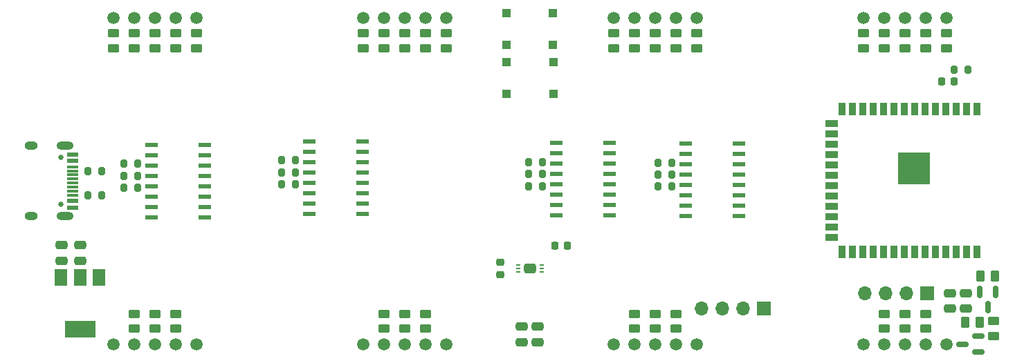
<source format=gbr>
%TF.GenerationSoftware,KiCad,Pcbnew,(6.0.9)*%
%TF.CreationDate,2022-12-22T16:46:14-05:00*%
%TF.ProjectId,Digital Clock PCB 2.0 Module Based,44696769-7461-46c2-9043-6c6f636b2050,rev?*%
%TF.SameCoordinates,Original*%
%TF.FileFunction,Soldermask,Top*%
%TF.FilePolarity,Negative*%
%FSLAX46Y46*%
G04 Gerber Fmt 4.6, Leading zero omitted, Abs format (unit mm)*
G04 Created by KiCad (PCBNEW (6.0.9)) date 2022-12-22 16:46:14*
%MOMM*%
%LPD*%
G01*
G04 APERTURE LIST*
G04 Aperture macros list*
%AMRoundRect*
0 Rectangle with rounded corners*
0 $1 Rounding radius*
0 $2 $3 $4 $5 $6 $7 $8 $9 X,Y pos of 4 corners*
0 Add a 4 corners polygon primitive as box body*
4,1,4,$2,$3,$4,$5,$6,$7,$8,$9,$2,$3,0*
0 Add four circle primitives for the rounded corners*
1,1,$1+$1,$2,$3*
1,1,$1+$1,$4,$5*
1,1,$1+$1,$6,$7*
1,1,$1+$1,$8,$9*
0 Add four rect primitives between the rounded corners*
20,1,$1+$1,$2,$3,$4,$5,0*
20,1,$1+$1,$4,$5,$6,$7,0*
20,1,$1+$1,$6,$7,$8,$9,0*
20,1,$1+$1,$8,$9,$2,$3,0*%
G04 Aperture macros list end*
%ADD10RoundRect,0.225000X0.225000X0.250000X-0.225000X0.250000X-0.225000X-0.250000X0.225000X-0.250000X0*%
%ADD11RoundRect,0.250000X0.450000X-0.262500X0.450000X0.262500X-0.450000X0.262500X-0.450000X-0.262500X0*%
%ADD12RoundRect,0.200000X-0.200000X-0.275000X0.200000X-0.275000X0.200000X0.275000X-0.200000X0.275000X0*%
%ADD13RoundRect,0.150000X0.587500X0.150000X-0.587500X0.150000X-0.587500X-0.150000X0.587500X-0.150000X0*%
%ADD14RoundRect,0.137500X-0.662500X-0.137500X0.662500X-0.137500X0.662500X0.137500X-0.662500X0.137500X0*%
%ADD15RoundRect,0.250000X-0.450000X0.262500X-0.450000X-0.262500X0.450000X-0.262500X0.450000X0.262500X0*%
%ADD16RoundRect,0.220000X-0.330000X-0.330000X0.330000X-0.330000X0.330000X0.330000X-0.330000X0.330000X0*%
%ADD17RoundRect,0.250000X0.475000X-0.250000X0.475000X0.250000X-0.475000X0.250000X-0.475000X-0.250000X0*%
%ADD18RoundRect,0.225000X-0.225000X-0.250000X0.225000X-0.250000X0.225000X0.250000X-0.225000X0.250000X0*%
%ADD19RoundRect,0.300000X-0.450000X0.300000X-0.450000X-0.300000X0.450000X-0.300000X0.450000X0.300000X0*%
%ADD20RoundRect,0.055000X-0.195000X0.055000X-0.195000X-0.055000X0.195000X-0.055000X0.195000X0.055000X0*%
%ADD21RoundRect,0.055000X0.195000X-0.055000X0.195000X0.055000X-0.195000X0.055000X-0.195000X-0.055000X0*%
%ADD22R,1.500000X2.000000*%
%ADD23R,3.800000X2.000000*%
%ADD24R,1.700000X1.700000*%
%ADD25O,1.700000X1.700000*%
%ADD26C,0.650000*%
%ADD27R,1.450000X0.600000*%
%ADD28R,1.450000X0.300000*%
%ADD29O,1.600000X1.000000*%
%ADD30O,2.100000X1.000000*%
%ADD31RoundRect,0.250000X0.262500X0.450000X-0.262500X0.450000X-0.262500X-0.450000X0.262500X-0.450000X0*%
%ADD32RoundRect,0.150000X-0.150000X0.587500X-0.150000X-0.587500X0.150000X-0.587500X0.150000X0.587500X0*%
%ADD33RoundRect,0.225000X-0.250000X0.225000X-0.250000X-0.225000X0.250000X-0.225000X0.250000X0.225000X0*%
%ADD34R,0.900000X1.500000*%
%ADD35R,1.500000X0.900000*%
%ADD36C,0.500000*%
%ADD37R,3.900000X3.900000*%
%ADD38C,1.500000*%
G04 APERTURE END LIST*
D10*
%TO.C,C3*%
X259956600Y-91109800D03*
X258406600Y-91109800D03*
%TD*%
D11*
%TO.C,R41*%
X228396800Y-87018500D03*
X228396800Y-85193500D03*
%TD*%
D12*
%TO.C,R3*%
X259956800Y-89636600D03*
X261606800Y-89636600D03*
%TD*%
D13*
%TO.C,Q1*%
X262858100Y-124292400D03*
X262858100Y-122392400D03*
X260983100Y-123342400D03*
%TD*%
D12*
%TO.C,R12*%
X158356800Y-104165400D03*
X160006800Y-104165400D03*
%TD*%
%TO.C,R33*%
X207886800Y-102489000D03*
X209536800Y-102489000D03*
%TD*%
D11*
%TO.C,R27*%
X167182800Y-87018500D03*
X167182800Y-85193500D03*
%TD*%
D14*
%TO.C,U3*%
X227077200Y-98729800D03*
X227077200Y-99999800D03*
X227077200Y-101269800D03*
X227077200Y-102539800D03*
X227077200Y-103809800D03*
X227077200Y-105079800D03*
X227077200Y-106349800D03*
X227077200Y-107619800D03*
X233577200Y-107619800D03*
X233577200Y-106349800D03*
X233577200Y-105079800D03*
X233577200Y-103809800D03*
X233577200Y-102539800D03*
X233577200Y-101269800D03*
X233577200Y-99999800D03*
X233577200Y-98729800D03*
%TD*%
D15*
%TO.C,R24*%
X162102800Y-119635900D03*
X162102800Y-121460900D03*
%TD*%
D12*
%TO.C,R2*%
X153937200Y-105079800D03*
X155587200Y-105079800D03*
%TD*%
%TO.C,R1*%
X153937200Y-102082600D03*
X155587200Y-102082600D03*
%TD*%
D11*
%TO.C,R49*%
X197789800Y-87018500D03*
X197789800Y-85193500D03*
%TD*%
D16*
%TO.C,SW2*%
X210850600Y-82708200D03*
X205150600Y-82708200D03*
X210850600Y-86608200D03*
X205150600Y-86608200D03*
%TD*%
D15*
%TO.C,R46*%
X192709800Y-119635900D03*
X192709800Y-121460900D03*
%TD*%
D11*
%TO.C,R20*%
X253923800Y-87018500D03*
X253923800Y-85193500D03*
%TD*%
%TO.C,R44*%
X187629800Y-87018500D03*
X187629800Y-85193500D03*
%TD*%
D15*
%TO.C,R15*%
X251383800Y-119635900D03*
X251383800Y-121460900D03*
%TD*%
D12*
%TO.C,R32*%
X207886800Y-101015800D03*
X209536800Y-101015800D03*
%TD*%
%TO.C,R29*%
X177660800Y-100787200D03*
X179310800Y-100787200D03*
%TD*%
D11*
%TO.C,R5*%
X264793100Y-122349900D03*
X264793100Y-120524900D03*
%TD*%
%TO.C,R21*%
X159562800Y-87018500D03*
X159562800Y-85193500D03*
%TD*%
%TO.C,R36*%
X218236800Y-87018500D03*
X218236800Y-85193500D03*
%TD*%
%TO.C,R50*%
X192709800Y-87018500D03*
X192709800Y-85193500D03*
%TD*%
D14*
%TO.C,U8*%
X181027000Y-98450400D03*
X181027000Y-99720400D03*
X181027000Y-100990400D03*
X181027000Y-102260400D03*
X181027000Y-103530400D03*
X181027000Y-104800400D03*
X181027000Y-106070400D03*
X181027000Y-107340400D03*
X187527000Y-107340400D03*
X187527000Y-106070400D03*
X187527000Y-104800400D03*
X187527000Y-103530400D03*
X187527000Y-102260400D03*
X187527000Y-100990400D03*
X187527000Y-99720400D03*
X187527000Y-98450400D03*
%TD*%
D17*
%TO.C,C9*%
X208991200Y-123073200D03*
X208991200Y-121173200D03*
%TD*%
D11*
%TO.C,R13*%
X251383800Y-87018500D03*
X251383800Y-85193500D03*
%TD*%
D17*
%TO.C,C8*%
X207035400Y-123073200D03*
X207035400Y-121173200D03*
%TD*%
D15*
%TO.C,R23*%
X159562800Y-119635900D03*
X159562800Y-121460900D03*
%TD*%
D12*
%TO.C,R8*%
X223711000Y-102539800D03*
X225361000Y-102539800D03*
%TD*%
D18*
%TO.C,C5*%
X211061000Y-111252000D03*
X212611000Y-111252000D03*
%TD*%
D19*
%TO.C,PD1*%
X208026000Y-114071400D03*
D20*
X206626000Y-113639600D03*
X206626000Y-114071400D03*
X206626000Y-114503200D03*
D21*
X209426000Y-114503200D03*
X209426000Y-114071400D03*
X209426000Y-113639600D03*
%TD*%
D22*
%TO.C,U2*%
X155258800Y-115188600D03*
D23*
X152958800Y-121488600D03*
D22*
X152958800Y-115188600D03*
X150658800Y-115188600D03*
%TD*%
D17*
%TO.C,C6*%
X259384800Y-118983800D03*
X259384800Y-117083800D03*
%TD*%
D24*
%TO.C,J3*%
X236651800Y-118973600D03*
D25*
X234111800Y-118973600D03*
X231571800Y-118973600D03*
X229031800Y-118973600D03*
%TD*%
D12*
%TO.C,R9*%
X223711000Y-104013000D03*
X225361000Y-104013000D03*
%TD*%
D17*
%TO.C,C1*%
X150672800Y-113106200D03*
X150672800Y-111206200D03*
%TD*%
D11*
%TO.C,R40*%
X225856800Y-87018500D03*
X225856800Y-85193500D03*
%TD*%
D26*
%TO.C,J1*%
X150604600Y-106217200D03*
X150604600Y-100437200D03*
D27*
X152049600Y-100077200D03*
X152049600Y-100877200D03*
D28*
X152049600Y-102077200D03*
X152049600Y-103077200D03*
X152049600Y-103577200D03*
X152049600Y-104577200D03*
D27*
X152049600Y-105777200D03*
X152049600Y-106577200D03*
X152049600Y-106577200D03*
X152049600Y-105777200D03*
D28*
X152049600Y-105077200D03*
X152049600Y-104077200D03*
X152049600Y-102577200D03*
X152049600Y-101577200D03*
D27*
X152049600Y-100877200D03*
X152049600Y-100077200D03*
D29*
X146954600Y-99007200D03*
D30*
X151134600Y-107647200D03*
D29*
X146954600Y-107647200D03*
D30*
X151134600Y-99007200D03*
%TD*%
D11*
%TO.C,R18*%
X256463800Y-87018500D03*
X256463800Y-85193500D03*
%TD*%
D12*
%TO.C,R11*%
X158356800Y-102692200D03*
X160006800Y-102692200D03*
%TD*%
D11*
%TO.C,R14*%
X248843800Y-87018500D03*
X248843800Y-85193500D03*
%TD*%
D16*
%TO.C,SW1*%
X210876000Y-88753400D03*
X205176000Y-88753400D03*
X210876000Y-92653400D03*
X205176000Y-92653400D03*
%TD*%
D12*
%TO.C,R30*%
X177660800Y-102260400D03*
X179310800Y-102260400D03*
%TD*%
D17*
%TO.C,C2*%
X152958800Y-113116400D03*
X152958800Y-111216400D03*
%TD*%
D15*
%TO.C,R39*%
X225856800Y-119635900D03*
X225856800Y-121460900D03*
%TD*%
D31*
%TO.C,R4*%
X264947400Y-114960400D03*
X263122400Y-114960400D03*
%TD*%
D32*
%TO.C,Q2*%
X264983000Y-116893100D03*
X263083000Y-116893100D03*
X264033000Y-118768100D03*
%TD*%
D12*
%TO.C,R31*%
X177660800Y-103733600D03*
X179310800Y-103733600D03*
%TD*%
D11*
%TO.C,R43*%
X190169800Y-87018500D03*
X190169800Y-85193500D03*
%TD*%
D15*
%TO.C,R25*%
X164642800Y-119635900D03*
X164642800Y-121460900D03*
%TD*%
D24*
%TO.C,J2*%
X256590800Y-117068600D03*
D25*
X254050800Y-117068600D03*
X251510800Y-117068600D03*
X248970800Y-117068600D03*
%TD*%
D11*
%TO.C,R19*%
X259003800Y-87018500D03*
X259003800Y-85193500D03*
%TD*%
%TO.C,R48*%
X195249800Y-87018500D03*
X195249800Y-85193500D03*
%TD*%
D15*
%TO.C,R37*%
X220776800Y-119635900D03*
X220776800Y-121460900D03*
%TD*%
D12*
%TO.C,R34*%
X207886800Y-103962200D03*
X209536800Y-103962200D03*
%TD*%
%TO.C,R10*%
X158356800Y-101219000D03*
X160006800Y-101219000D03*
%TD*%
D15*
%TO.C,R45*%
X190169800Y-119635900D03*
X190169800Y-121460900D03*
%TD*%
D12*
%TO.C,R7*%
X223711000Y-101066600D03*
X225361000Y-101066600D03*
%TD*%
D17*
%TO.C,C7*%
X261340600Y-118983800D03*
X261340600Y-117083800D03*
%TD*%
D11*
%TO.C,R26*%
X164642800Y-87018500D03*
X164642800Y-85193500D03*
%TD*%
D15*
%TO.C,R47*%
X195249800Y-119635900D03*
X195249800Y-121460900D03*
%TD*%
D14*
%TO.C,U7*%
X211253000Y-98679000D03*
X211253000Y-99949000D03*
X211253000Y-101219000D03*
X211253000Y-102489000D03*
X211253000Y-103759000D03*
X211253000Y-105029000D03*
X211253000Y-106299000D03*
X211253000Y-107569000D03*
X217753000Y-107569000D03*
X217753000Y-106299000D03*
X217753000Y-105029000D03*
X217753000Y-103759000D03*
X217753000Y-102489000D03*
X217753000Y-101219000D03*
X217753000Y-99949000D03*
X217753000Y-98679000D03*
%TD*%
D15*
%TO.C,R38*%
X223316800Y-119635900D03*
X223316800Y-121460900D03*
%TD*%
D11*
%TO.C,R42*%
X223316800Y-87018500D03*
X223316800Y-85193500D03*
%TD*%
D33*
%TO.C,C4*%
X204368400Y-113296400D03*
X204368400Y-114846400D03*
%TD*%
D11*
%TO.C,R28*%
X162102800Y-87018500D03*
X162102800Y-85193500D03*
%TD*%
D31*
%TO.C,R6*%
X263065900Y-120700800D03*
X261240900Y-120700800D03*
%TD*%
D11*
%TO.C,R35*%
X220776800Y-87018500D03*
X220776800Y-85193500D03*
%TD*%
%TO.C,R22*%
X157022800Y-87018500D03*
X157022800Y-85193500D03*
%TD*%
D34*
%TO.C,U1*%
X262714400Y-94526400D03*
X261444400Y-94526400D03*
X260174400Y-94526400D03*
X258904400Y-94526400D03*
X257634400Y-94526400D03*
X256364400Y-94526400D03*
X255094400Y-94526400D03*
X253824400Y-94526400D03*
X252554400Y-94526400D03*
X251284400Y-94526400D03*
X250014400Y-94526400D03*
X248744400Y-94526400D03*
X247474400Y-94526400D03*
X246204400Y-94526400D03*
D35*
X244954400Y-96291400D03*
X244954400Y-97561400D03*
X244954400Y-98831400D03*
X244954400Y-100101400D03*
X244954400Y-101371400D03*
X244954400Y-102641400D03*
X244954400Y-103911400D03*
X244954400Y-105181400D03*
X244954400Y-106451400D03*
X244954400Y-107721400D03*
X244954400Y-108991400D03*
X244954400Y-110261400D03*
D34*
X246204400Y-112026400D03*
X247474400Y-112026400D03*
X248744400Y-112026400D03*
X250014400Y-112026400D03*
X251284400Y-112026400D03*
X252554400Y-112026400D03*
X253824400Y-112026400D03*
X255094400Y-112026400D03*
X256364400Y-112026400D03*
X257634400Y-112026400D03*
X258904400Y-112026400D03*
X260174400Y-112026400D03*
X261444400Y-112026400D03*
X262714400Y-112026400D03*
D36*
X255694400Y-103176400D03*
X254994400Y-102476400D03*
X253594400Y-102476400D03*
X255694400Y-101776400D03*
X254994400Y-101076400D03*
X255694400Y-100376400D03*
X256394400Y-102476400D03*
D37*
X254994400Y-101776400D03*
D36*
X254294400Y-101776400D03*
X254294400Y-100376400D03*
X256394400Y-101076400D03*
X254294400Y-103176400D03*
X253594400Y-101076400D03*
%TD*%
D15*
%TO.C,R16*%
X253923800Y-119635900D03*
X253923800Y-121460900D03*
%TD*%
%TO.C,R17*%
X256463800Y-119635900D03*
X256463800Y-121460900D03*
%TD*%
D14*
%TO.C,U4*%
X161748400Y-98882200D03*
X161748400Y-100152200D03*
X161748400Y-101422200D03*
X161748400Y-102692200D03*
X161748400Y-103962200D03*
X161748400Y-105232200D03*
X161748400Y-106502200D03*
X161748400Y-107772200D03*
X168248400Y-107772200D03*
X168248400Y-106502200D03*
X168248400Y-105232200D03*
X168248400Y-103962200D03*
X168248400Y-102692200D03*
X168248400Y-101422200D03*
X168248400Y-100152200D03*
X168248400Y-98882200D03*
%TD*%
D38*
%TO.C,U5*%
X259003800Y-123327200D03*
X256463800Y-123327200D03*
X253923800Y-123327200D03*
X251383800Y-123327200D03*
X248843800Y-123327200D03*
X248843800Y-83327200D03*
X251383800Y-83327200D03*
X253923800Y-83327200D03*
X256463800Y-83327200D03*
X259003800Y-83327200D03*
%TD*%
%TO.C,U10*%
X197789800Y-123327200D03*
X195249800Y-123327200D03*
X192709800Y-123327200D03*
X190169800Y-123327200D03*
X187629800Y-123327200D03*
X187629800Y-83327200D03*
X190169800Y-83327200D03*
X192709800Y-83327200D03*
X195249800Y-83327200D03*
X197789800Y-83327200D03*
%TD*%
%TO.C,U9*%
X228396800Y-123327200D03*
X225856800Y-123327200D03*
X223316800Y-123327200D03*
X220776800Y-123327200D03*
X218236800Y-123327200D03*
X218236800Y-83327200D03*
X220776800Y-83327200D03*
X223316800Y-83327200D03*
X225856800Y-83327200D03*
X228396800Y-83327200D03*
%TD*%
%TO.C,U6*%
X167182800Y-123327200D03*
X164642800Y-123327200D03*
X162102800Y-123327200D03*
X159562800Y-123327200D03*
X157022800Y-123327200D03*
X157022800Y-83327200D03*
X159562800Y-83327200D03*
X162102800Y-83327200D03*
X164642800Y-83327200D03*
X167182800Y-83327200D03*
%TD*%
M02*

</source>
